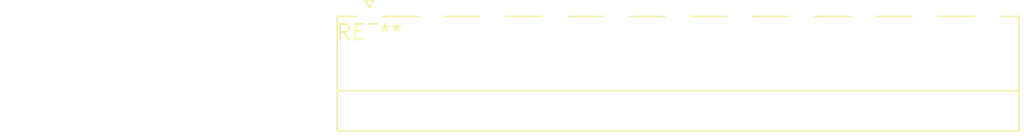
<source format=kicad_pcb>
(kicad_pcb (version 20240108) (generator pcbnew)
  (layers (0 "F.Cu" signal) (31 "B.Cu" signal) (34 "B.Paste" user) (35 "F.Paste" user) (36 "B.SilkS" user "B.Silkscreen") (37 "F.SilkS" user "F.Silkscreen") (38 "B.Mask" user) (39 "F.Mask" user) (44 "Edge.Cuts" user))
  (net 0 "")
  (footprint "PhoenixContact_MC_1,5_11-G-5.08_1x11_P5.08mm_Horizontal" (layer "F.Cu") (at 0 0)
    (property "Reference" "REF**")
    (property "Value" "PhoenixContact_MC_1,5_11-G-5.08_1x11_P5.08mm_Horizontal")
    (fp_line (start -2.65 -1.31) (end -2.65 8.11) (layer "F.SilkS") (stroke (width 0.12)))
    (fp_line (start -2.65 -1.31) (end -1.05 -1.31) (layer "F.SilkS") (stroke (width 0.12)))
    (fp_line (start -2.65 4.8) (end 53.45 4.8) (layer "F.SilkS") (stroke (width 0.12)))
    (fp_line (start -2.65 8.11) (end 53.45 8.11) (layer "F.SilkS") (stroke (width 0.12)))
    (fp_line (start -0.3 -2.6) (end 0.3 -2.6) (layer "F.SilkS") (stroke (width 0.12)))
    (fp_line (start 0 -2) (end -0.3 -2.6) (layer "F.SilkS") (stroke (width 0.12)))
    (fp_line (start 0.3 -2.6) (end 0 -2) (layer "F.SilkS") (stroke (width 0.12)))
    (fp_line (start 1.05 -1.31) (end 4.03 -1.31) (layer "F.SilkS") (stroke (width 0.12)))
    (fp_line (start 6.13 -1.31) (end 9.11 -1.31) (layer "F.SilkS") (stroke (width 0.12)))
    (fp_line (start 11.21 -1.31) (end 14.19 -1.31) (layer "F.SilkS") (stroke (width 0.12)))
    (fp_line (start 16.29 -1.31) (end 19.27 -1.31) (layer "F.SilkS") (stroke (width 0.12)))
    (fp_line (start 21.37 -1.31) (end 24.35 -1.31) (layer "F.SilkS") (stroke (width 0.12)))
    (fp_line (start 26.45 -1.31) (end 29.43 -1.31) (layer "F.SilkS") (stroke (width 0.12)))
    (fp_line (start 31.53 -1.31) (end 34.51 -1.31) (layer "F.SilkS") (stroke (width 0.12)))
    (fp_line (start 36.61 -1.31) (end 39.59 -1.31) (layer "F.SilkS") (stroke (width 0.12)))
    (fp_line (start 41.69 -1.31) (end 44.67 -1.31) (layer "F.SilkS") (stroke (width 0.12)))
    (fp_line (start 46.77 -1.31) (end 49.75 -1.31) (layer "F.SilkS") (stroke (width 0.12)))
    (fp_line (start 53.45 -1.31) (end 51.85 -1.31) (layer "F.SilkS") (stroke (width 0.12)))
    (fp_line (start 53.45 8.11) (end 53.45 -1.31) (layer "F.SilkS") (stroke (width 0.12)))
    (pad "1" thru_hole roundrect (at 0 0) (size 1.8 3.6) (drill 1.2) (layers *.Cu *.Mask) (remove_unused_layers) (roundrect_rratio 0.138889))
    (pad "2" thru_hole oval (at 5.08 0) (size 1.8 3.6) (drill 1.2) (layers *.Cu *.Mask) (remove_unused_layers))
    (pad "3" thru_hole oval (at 10.16 0) (size 1.8 3.6) (drill 1.2) (layers *.Cu *.Mask) (remove_unused_layers))
    (pad "4" thru_hole oval (at 15.24 0) (size 1.8 3.6) (drill 1.2) (layers *.Cu *.Mask) (remove_unused_layers))
    (pad "5" thru_hole oval (at 20.32 0) (size 1.8 3.6) (drill 1.2) (layers *.Cu *.Mask) (remove_unused_layers))
    (pad "6" thru_hole oval (at 25.4 0) (size 1.8 3.6) (drill 1.2) (layers *.Cu *.Mask) (remove_unused_layers))
    (pad "7" thru_hole oval (at 30.48 0) (size 1.8 3.6) (drill 1.2) (layers *.Cu *.Mask) (remove_unused_layers))
    (pad "8" thru_hole oval (at 35.56 0) (size 1.8 3.6) (drill 1.2) (layers *.Cu *.Mask) (remove_unused_layers))
    (pad "9" thru_hole oval (at 40.64 0) (size 1.8 3.6) (drill 1.2) (layers *.Cu *.Mask) (remove_unused_layers))
    (pad "10" thru_hole oval (at 45.72 0) (size 1.8 3.6) (drill 1.2) (layers *.Cu *.Mask) (remove_unused_layers))
    (pad "11" thru_hole oval (at 50.8 0) (size 1.8 3.6) (drill 1.2) (layers *.Cu *.Mask) (remove_unused_layers))
  )
)
</source>
